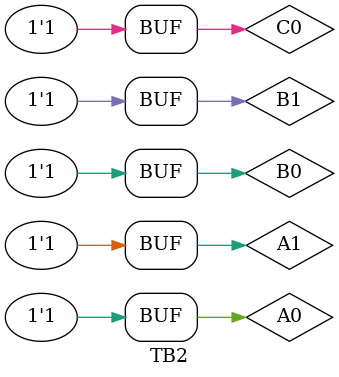
<source format=sv>
`timescale 1ns / 1ps

module TB2();
    logic A0, B0, A1, B1, C0;
    logic S1, S2, Cout;

   TwoBitAdder dut (A0, A1, B0, B1, C0, S1, S2, Cout);

   initial begin
   A0 = 0; A1 = 0; B0 = 0; B1 = 0; C0 = 0; #10;
   C0 = 1; #10;
   B0 = 1; C0 = 0; #10;
   A0 = 1; B0 = 0; C0 = 0; #10;
   A0 = 0; B0 = 1; C0 = 1; #10;
   A0 = 1; B0 = 0; C0 = 1; #10;
   A0 = 1; B0 = 1; C0 = 0; #10;
   A0 = 1; B0 = 1; C0 = 1; #10;
   A0 = 0; B0 = 0; B1= 1; C0 = 0; #10;
   C0 = 1; #10;
   B0 = 1; C0 = 0; #10;
   A0 = 1; B0 = 0; C0 = 0; #10;
   A0 = 0; B0 = 1; C0 = 1; #10;
   A0 = 1; B0 = 0; C0 = 1; #10;
   A0 = 1; B0 = 1; C0 = 0; #10;
   A0 = 1; B0 = 1; C0 = 1; #10;
   A0 = 0; A1= 1; B0 = 0; B1= 0; C0 = 0; #10;
   C0 = 1; #10;
   B0 = 1; C0 = 0; #10;
   A0 = 1; B0 = 0; C0 = 0; #10;
   A0 = 0; B0 = 1; C0 = 1; #10;
   A0 = 1; B0 = 0; C0 = 1; #10;
   A0 = 1; B0 = 1; C0 = 0; #10;
   A0 = 1; B0 = 1; C0 = 1; #10;
   A0 = 1; B0 = 0; B1= 1; C0 = 0; #10;
   C0 = 1; #10;
   B0 = 1; C0 = 0; #10;
   A0 = 1; B0 = 0; C0 = 0; #10;
   A0 = 0; B0 = 1; C0 = 1; #10;
   A0 = 1; B0 = 0; C0 = 1; #10;
   A0 = 1; B0 = 1; C0 = 0; #10;
   A0 = 1; B0 = 1; C0 = 1; #10;
   end
endmodule

</source>
